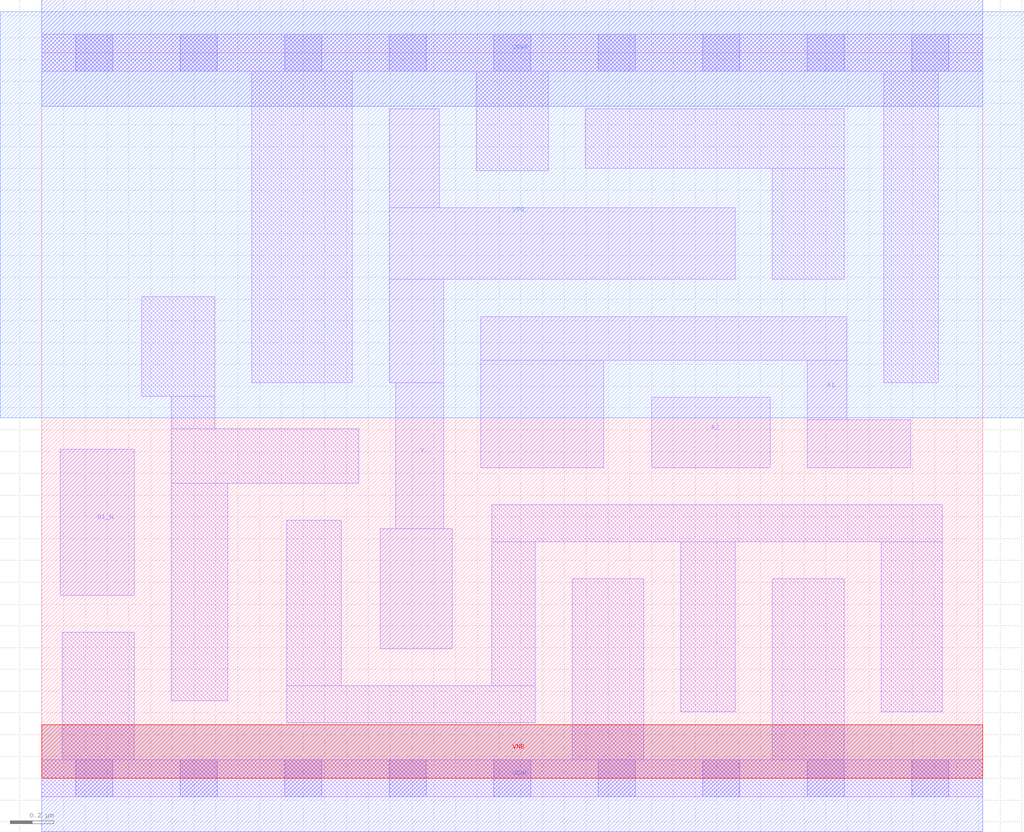
<source format=lef>
# Copyright 2020 The SkyWater PDK Authors
#
# Licensed under the Apache License, Version 2.0 (the "License");
# you may not use this file except in compliance with the License.
# You may obtain a copy of the License at
#
#     https://www.apache.org/licenses/LICENSE-2.0
#
# Unless required by applicable law or agreed to in writing, software
# distributed under the License is distributed on an "AS IS" BASIS,
# WITHOUT WARRANTIES OR CONDITIONS OF ANY KIND, either express or implied.
# See the License for the specific language governing permissions and
# limitations under the License.
#
# SPDX-License-Identifier: Apache-2.0

VERSION 5.7 ;
  NOWIREEXTENSIONATPIN ON ;
  DIVIDERCHAR "/" ;
  BUSBITCHARS "[]" ;
MACRO sky130_fd_sc_lp__o21bai_2
  CLASS CORE ;
  FOREIGN sky130_fd_sc_lp__o21bai_2 ;
  ORIGIN  0.000000  0.000000 ;
  SIZE  4.320000 BY  3.330000 ;
  SYMMETRY X Y R90 ;
  SITE unit ;
  PIN A1
    ANTENNAGATEAREA  0.630000 ;
    DIRECTION INPUT ;
    USE SIGNAL ;
    PORT
      LAYER li1 ;
        RECT 2.015000 1.425000 2.580000 1.920000 ;
        RECT 2.015000 1.920000 3.695000 2.120000 ;
        RECT 3.515000 1.425000 3.990000 1.645000 ;
        RECT 3.515000 1.645000 3.695000 1.920000 ;
    END
  END A1
  PIN A2
    ANTENNAGATEAREA  0.630000 ;
    DIRECTION INPUT ;
    USE SIGNAL ;
    PORT
      LAYER li1 ;
        RECT 2.800000 1.425000 3.345000 1.750000 ;
    END
  END A2
  PIN B1_N
    ANTENNAGATEAREA  0.126000 ;
    DIRECTION INPUT ;
    USE SIGNAL ;
    PORT
      LAYER li1 ;
        RECT 0.085000 0.840000 0.425000 1.510000 ;
    END
  END B1_N
  PIN Y
    ANTENNADIFFAREA  0.940800 ;
    DIRECTION OUTPUT ;
    USE SIGNAL ;
    PORT
      LAYER li1 ;
        RECT 1.555000 0.595000 1.885000 1.145000 ;
        RECT 1.595000 1.815000 1.845000 2.290000 ;
        RECT 1.595000 2.290000 3.185000 2.620000 ;
        RECT 1.595000 2.620000 1.825000 3.075000 ;
        RECT 1.625000 1.145000 1.845000 1.815000 ;
    END
  END Y
  PIN VGND
    DIRECTION INOUT ;
    USE GROUND ;
    PORT
      LAYER met1 ;
        RECT 0.000000 -0.245000 4.320000 0.245000 ;
    END
  END VGND
  PIN VNB
    DIRECTION INOUT ;
    USE GROUND ;
    PORT
      LAYER pwell ;
        RECT 0.000000 0.000000 4.320000 0.245000 ;
    END
  END VNB
  PIN VPB
    DIRECTION INOUT ;
    USE POWER ;
    PORT
      LAYER nwell ;
        RECT -0.190000 1.655000 4.510000 3.520000 ;
    END
  END VPB
  PIN VPWR
    DIRECTION INOUT ;
    USE POWER ;
    PORT
      LAYER met1 ;
        RECT 0.000000 3.085000 4.320000 3.575000 ;
    END
  END VPWR
  OBS
    LAYER li1 ;
      RECT 0.000000 -0.085000 4.320000 0.085000 ;
      RECT 0.000000  3.245000 4.320000 3.415000 ;
      RECT 0.095000  0.085000 0.425000 0.670000 ;
      RECT 0.460000  1.755000 0.795000 2.210000 ;
      RECT 0.595000  0.355000 0.855000 1.355000 ;
      RECT 0.595000  1.355000 1.455000 1.605000 ;
      RECT 0.595000  1.605000 0.795000 1.755000 ;
      RECT 0.965000  1.815000 1.425000 3.245000 ;
      RECT 1.125000  0.255000 2.265000 0.425000 ;
      RECT 1.125000  0.425000 1.375000 1.185000 ;
      RECT 1.995000  2.790000 2.325000 3.245000 ;
      RECT 2.065000  0.425000 2.265000 1.085000 ;
      RECT 2.065000  1.085000 4.135000 1.255000 ;
      RECT 2.435000  0.085000 2.765000 0.915000 ;
      RECT 2.495000  2.800000 3.685000 3.075000 ;
      RECT 2.935000  0.305000 3.185000 1.085000 ;
      RECT 3.355000  0.085000 3.685000 0.915000 ;
      RECT 3.355000  2.290000 3.685000 2.800000 ;
      RECT 3.855000  0.305000 4.135000 1.085000 ;
      RECT 3.865000  1.815000 4.115000 3.245000 ;
    LAYER mcon ;
      RECT 0.155000 -0.085000 0.325000 0.085000 ;
      RECT 0.155000  3.245000 0.325000 3.415000 ;
      RECT 0.635000 -0.085000 0.805000 0.085000 ;
      RECT 0.635000  3.245000 0.805000 3.415000 ;
      RECT 1.115000 -0.085000 1.285000 0.085000 ;
      RECT 1.115000  3.245000 1.285000 3.415000 ;
      RECT 1.595000 -0.085000 1.765000 0.085000 ;
      RECT 1.595000  3.245000 1.765000 3.415000 ;
      RECT 2.075000 -0.085000 2.245000 0.085000 ;
      RECT 2.075000  3.245000 2.245000 3.415000 ;
      RECT 2.555000 -0.085000 2.725000 0.085000 ;
      RECT 2.555000  3.245000 2.725000 3.415000 ;
      RECT 3.035000 -0.085000 3.205000 0.085000 ;
      RECT 3.035000  3.245000 3.205000 3.415000 ;
      RECT 3.515000 -0.085000 3.685000 0.085000 ;
      RECT 3.515000  3.245000 3.685000 3.415000 ;
      RECT 3.995000 -0.085000 4.165000 0.085000 ;
      RECT 3.995000  3.245000 4.165000 3.415000 ;
  END
END sky130_fd_sc_lp__o21bai_2
END LIBRARY

</source>
